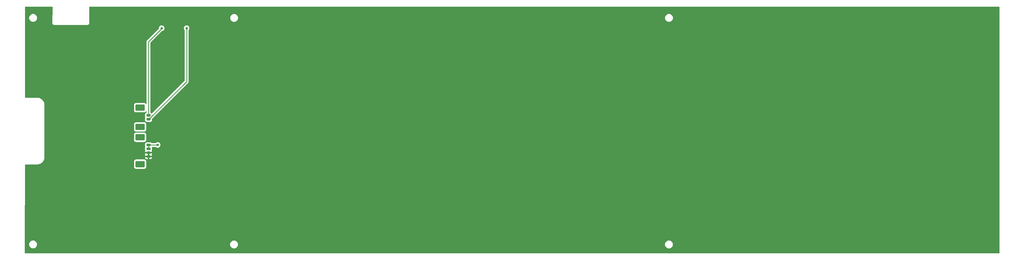
<source format=gbl>
G04 #@! TF.GenerationSoftware,KiCad,Pcbnew,(6.0.4-0)*
G04 #@! TF.CreationDate,2022-06-29T10:28:42-05:00*
G04 #@! TF.ProjectId,X-,582d2e6b-6963-4616-945f-706362585858,4*
G04 #@! TF.SameCoordinates,Original*
G04 #@! TF.FileFunction,Copper,L2,Bot*
G04 #@! TF.FilePolarity,Positive*
%FSLAX46Y46*%
G04 Gerber Fmt 4.6, Leading zero omitted, Abs format (unit mm)*
G04 Created by KiCad (PCBNEW (6.0.4-0)) date 2022-06-29 10:28:42*
%MOMM*%
%LPD*%
G01*
G04 APERTURE LIST*
G04 Aperture macros list*
%AMRoundRect*
0 Rectangle with rounded corners*
0 $1 Rounding radius*
0 $2 $3 $4 $5 $6 $7 $8 $9 X,Y pos of 4 corners*
0 Add a 4 corners polygon primitive as box body*
4,1,4,$2,$3,$4,$5,$6,$7,$8,$9,$2,$3,0*
0 Add four circle primitives for the rounded corners*
1,1,$1+$1,$2,$3*
1,1,$1+$1,$4,$5*
1,1,$1+$1,$6,$7*
1,1,$1+$1,$8,$9*
0 Add four rect primitives between the rounded corners*
20,1,$1+$1,$2,$3,$4,$5,0*
20,1,$1+$1,$4,$5,$6,$7,0*
20,1,$1+$1,$6,$7,$8,$9,0*
20,1,$1+$1,$8,$9,$2,$3,0*%
G04 Aperture macros list end*
G04 #@! TA.AperFunction,SMDPad,CuDef*
%ADD10RoundRect,0.200000X0.450000X-0.200000X0.450000X0.200000X-0.450000X0.200000X-0.450000X-0.200000X0*%
G04 #@! TD*
G04 #@! TA.AperFunction,SMDPad,CuDef*
%ADD11RoundRect,0.250000X1.250000X-0.800000X1.250000X0.800000X-1.250000X0.800000X-1.250000X-0.800000X0*%
G04 #@! TD*
G04 #@! TA.AperFunction,ViaPad*
%ADD12C,0.800000*%
G04 #@! TD*
G04 #@! TA.AperFunction,Conductor*
%ADD13C,0.250000*%
G04 #@! TD*
G04 APERTURE END LIST*
D10*
X94080000Y-150975000D03*
X94080000Y-149725000D03*
X94080000Y-148475000D03*
X94080000Y-147225000D03*
D11*
X91330000Y-153525000D03*
X91330000Y-144675000D03*
D10*
X94080000Y-138725000D03*
X94080000Y-137475000D03*
D11*
X91330000Y-141275000D03*
X91330000Y-134925000D03*
D12*
X100900000Y-172400000D03*
X100800000Y-115300000D03*
X234800000Y-170600000D03*
X324600000Y-114600000D03*
X144800000Y-114300000D03*
X189800000Y-170700000D03*
X189800000Y-114600000D03*
X279900000Y-114600000D03*
X324600000Y-170300000D03*
X144800000Y-171100000D03*
X369900000Y-171200000D03*
X234800000Y-114700000D03*
X369800000Y-114000000D03*
X279900000Y-170600000D03*
X97100000Y-147200000D03*
X98400000Y-108800000D03*
X106600000Y-108800000D03*
D13*
X94080000Y-147225000D02*
X97075000Y-147225000D01*
X94080000Y-147225000D02*
X94080000Y-148475000D01*
X97075000Y-147225000D02*
X97100000Y-147200000D01*
X98400000Y-108900000D02*
X98400000Y-108800000D01*
X94080000Y-113220000D02*
X98400000Y-108900000D01*
X94080000Y-137475000D02*
X94080000Y-113220000D01*
X94080000Y-138725000D02*
X94221783Y-138725000D01*
X106600000Y-126346783D02*
X106600000Y-108800000D01*
X94221783Y-138725000D02*
X106600000Y-126346783D01*
G04 #@! TA.AperFunction,Conductor*
G36*
X325379180Y-101695199D02*
G01*
X373254003Y-101696475D01*
X373322124Y-101716479D01*
X373368615Y-101770136D01*
X373380000Y-101822475D01*
X373380000Y-182754000D01*
X373359998Y-182822121D01*
X373306342Y-182868614D01*
X373254000Y-182880000D01*
X53589100Y-182880000D01*
X53520979Y-182859998D01*
X53474486Y-182806342D01*
X53463101Y-182753484D01*
X53474733Y-179915300D01*
X54898981Y-179915300D01*
X54918556Y-180139049D01*
X54976688Y-180355999D01*
X54979010Y-180360979D01*
X54979011Y-180360981D01*
X54984984Y-180373789D01*
X55071610Y-180559559D01*
X55200437Y-180743544D01*
X55359256Y-180902363D01*
X55363764Y-180905520D01*
X55363767Y-180905522D01*
X55538731Y-181028033D01*
X55543240Y-181031190D01*
X55548222Y-181033513D01*
X55548227Y-181033516D01*
X55741819Y-181123789D01*
X55746801Y-181126112D01*
X55752109Y-181127534D01*
X55752111Y-181127535D01*
X55818817Y-181145409D01*
X55963751Y-181184244D01*
X56187500Y-181203819D01*
X56411249Y-181184244D01*
X56556183Y-181145409D01*
X56622889Y-181127535D01*
X56622891Y-181127534D01*
X56628199Y-181126112D01*
X56633181Y-181123789D01*
X56826773Y-181033516D01*
X56826778Y-181033513D01*
X56831760Y-181031190D01*
X56836269Y-181028033D01*
X57011233Y-180905522D01*
X57011236Y-180905520D01*
X57015744Y-180902363D01*
X57174563Y-180743544D01*
X57303390Y-180559559D01*
X57390017Y-180373789D01*
X57395989Y-180360981D01*
X57395990Y-180360979D01*
X57398312Y-180355999D01*
X57456444Y-180139049D01*
X57474908Y-179928000D01*
X120862781Y-179928000D01*
X120882356Y-180151749D01*
X120940488Y-180368699D01*
X120942810Y-180373679D01*
X120942811Y-180373681D01*
X121031589Y-180564064D01*
X121035410Y-180572259D01*
X121164237Y-180756244D01*
X121323056Y-180915063D01*
X121327564Y-180918220D01*
X121327567Y-180918222D01*
X121492224Y-181033516D01*
X121507040Y-181043890D01*
X121512022Y-181046213D01*
X121512027Y-181046216D01*
X121686417Y-181127535D01*
X121710601Y-181138812D01*
X121715909Y-181140234D01*
X121715911Y-181140235D01*
X121782617Y-181158109D01*
X121927551Y-181196944D01*
X122151300Y-181216519D01*
X122375049Y-181196944D01*
X122519983Y-181158109D01*
X122586689Y-181140235D01*
X122586691Y-181140234D01*
X122591999Y-181138812D01*
X122616183Y-181127535D01*
X122790573Y-181046216D01*
X122790578Y-181046213D01*
X122795560Y-181043890D01*
X122810376Y-181033516D01*
X122975033Y-180918222D01*
X122975036Y-180918220D01*
X122979544Y-180915063D01*
X123138363Y-180756244D01*
X123267190Y-180572259D01*
X123271012Y-180564064D01*
X123359789Y-180373681D01*
X123359790Y-180373679D01*
X123362112Y-180368699D01*
X123420244Y-180151749D01*
X123439819Y-179928000D01*
X263623168Y-179928000D01*
X263642748Y-180151803D01*
X263700894Y-180368807D01*
X263703216Y-180373787D01*
X263703217Y-180373789D01*
X263789844Y-180559559D01*
X263795839Y-180572416D01*
X263924697Y-180756445D01*
X264083555Y-180915303D01*
X264267584Y-181044161D01*
X264272562Y-181046482D01*
X264272565Y-181046484D01*
X264443327Y-181126112D01*
X264471193Y-181139106D01*
X264476501Y-181140528D01*
X264476503Y-181140529D01*
X264544675Y-181158795D01*
X264688197Y-181197252D01*
X264912000Y-181216832D01*
X265135803Y-181197252D01*
X265279325Y-181158795D01*
X265347497Y-181140529D01*
X265347499Y-181140528D01*
X265352807Y-181139106D01*
X265380673Y-181126112D01*
X265551435Y-181046484D01*
X265551438Y-181046482D01*
X265556416Y-181044161D01*
X265740445Y-180915303D01*
X265899303Y-180756445D01*
X266028161Y-180572416D01*
X266034157Y-180559559D01*
X266120783Y-180373789D01*
X266120784Y-180373787D01*
X266123106Y-180368807D01*
X266181252Y-180151803D01*
X266200832Y-179928000D01*
X266181252Y-179704197D01*
X266123106Y-179487193D01*
X266028161Y-179283584D01*
X265899303Y-179099555D01*
X265740445Y-178940697D01*
X265556416Y-178811839D01*
X265551438Y-178809518D01*
X265551435Y-178809516D01*
X265357789Y-178719217D01*
X265357787Y-178719216D01*
X265352807Y-178716894D01*
X265347499Y-178715472D01*
X265347497Y-178715471D01*
X265279325Y-178697205D01*
X265135803Y-178658748D01*
X264912000Y-178639168D01*
X264688197Y-178658748D01*
X264544675Y-178697205D01*
X264476503Y-178715471D01*
X264476501Y-178715472D01*
X264471193Y-178716894D01*
X264466213Y-178719216D01*
X264466211Y-178719217D01*
X264272565Y-178809516D01*
X264272562Y-178809518D01*
X264267584Y-178811839D01*
X264083555Y-178940697D01*
X263924697Y-179099555D01*
X263795839Y-179283584D01*
X263700894Y-179487193D01*
X263642748Y-179704197D01*
X263623168Y-179928000D01*
X123439819Y-179928000D01*
X123420244Y-179704251D01*
X123362112Y-179487301D01*
X123359789Y-179482319D01*
X123269513Y-179288722D01*
X123269511Y-179288719D01*
X123267190Y-179283741D01*
X123138363Y-179099756D01*
X122979544Y-178940937D01*
X122975036Y-178937780D01*
X122975033Y-178937778D01*
X122800069Y-178815267D01*
X122800066Y-178815265D01*
X122795560Y-178812110D01*
X122790578Y-178809787D01*
X122790573Y-178809784D01*
X122596981Y-178719511D01*
X122596980Y-178719510D01*
X122591999Y-178717188D01*
X122586691Y-178715766D01*
X122586689Y-178715765D01*
X122519983Y-178697891D01*
X122375049Y-178659056D01*
X122151300Y-178639481D01*
X121927551Y-178659056D01*
X121782617Y-178697891D01*
X121715911Y-178715765D01*
X121715909Y-178715766D01*
X121710601Y-178717188D01*
X121705621Y-178719510D01*
X121705619Y-178719511D01*
X121512022Y-178809787D01*
X121512019Y-178809789D01*
X121507041Y-178812110D01*
X121323056Y-178940937D01*
X121164237Y-179099756D01*
X121035410Y-179283741D01*
X121033089Y-179288719D01*
X121033087Y-179288722D01*
X120942811Y-179482319D01*
X120940488Y-179487301D01*
X120882356Y-179704251D01*
X120862781Y-179928000D01*
X57474908Y-179928000D01*
X57476019Y-179915300D01*
X57456444Y-179691551D01*
X57398312Y-179474601D01*
X57309239Y-179283584D01*
X57305713Y-179276022D01*
X57305711Y-179276019D01*
X57303390Y-179271041D01*
X57174563Y-179087056D01*
X57015744Y-178928237D01*
X57011236Y-178925080D01*
X57011233Y-178925078D01*
X56836269Y-178802567D01*
X56836266Y-178802565D01*
X56831760Y-178799410D01*
X56826778Y-178797087D01*
X56826773Y-178797084D01*
X56633181Y-178706811D01*
X56633180Y-178706810D01*
X56628199Y-178704488D01*
X56622891Y-178703066D01*
X56622889Y-178703065D01*
X56556183Y-178685191D01*
X56411249Y-178646356D01*
X56187500Y-178626781D01*
X55963751Y-178646356D01*
X55818817Y-178685191D01*
X55752111Y-178703065D01*
X55752109Y-178703066D01*
X55746801Y-178704488D01*
X55741821Y-178706810D01*
X55741819Y-178706811D01*
X55548222Y-178797087D01*
X55548219Y-178797089D01*
X55543241Y-178799410D01*
X55359256Y-178928237D01*
X55200437Y-179087056D01*
X55071610Y-179271041D01*
X55069289Y-179276019D01*
X55069287Y-179276022D01*
X55065761Y-179283584D01*
X54976688Y-179474601D01*
X54918556Y-179691551D01*
X54898981Y-179915300D01*
X53474733Y-179915300D01*
X53579404Y-154375400D01*
X89321500Y-154375400D01*
X89332474Y-154481166D01*
X89388450Y-154648946D01*
X89481522Y-154799348D01*
X89606697Y-154924305D01*
X89612927Y-154928145D01*
X89612928Y-154928146D01*
X89750090Y-155012694D01*
X89757262Y-155017115D01*
X89837005Y-155043564D01*
X89918611Y-155070632D01*
X89918613Y-155070632D01*
X89925139Y-155072797D01*
X89931975Y-155073497D01*
X89931978Y-155073498D01*
X89975031Y-155077909D01*
X90029600Y-155083500D01*
X92630400Y-155083500D01*
X92633646Y-155083163D01*
X92633650Y-155083163D01*
X92729308Y-155073238D01*
X92729312Y-155073237D01*
X92736166Y-155072526D01*
X92742702Y-155070345D01*
X92742704Y-155070345D01*
X92874806Y-155026272D01*
X92903946Y-155016550D01*
X93054348Y-154923478D01*
X93179305Y-154798303D01*
X93272115Y-154647738D01*
X93327797Y-154479861D01*
X93338500Y-154375400D01*
X93338500Y-152674600D01*
X93334694Y-152637920D01*
X93328238Y-152575692D01*
X93328237Y-152575688D01*
X93327526Y-152568834D01*
X93271550Y-152401054D01*
X93178478Y-152250652D01*
X93053303Y-152125695D01*
X93047072Y-152121854D01*
X92908968Y-152036725D01*
X92908966Y-152036724D01*
X92902738Y-152032885D01*
X92742254Y-151979655D01*
X92741389Y-151979368D01*
X92741387Y-151979368D01*
X92734861Y-151977203D01*
X92728025Y-151976503D01*
X92728022Y-151976502D01*
X92684969Y-151972091D01*
X92630400Y-151966500D01*
X90029600Y-151966500D01*
X90026354Y-151966837D01*
X90026350Y-151966837D01*
X89930692Y-151976762D01*
X89930688Y-151976763D01*
X89923834Y-151977474D01*
X89917298Y-151979655D01*
X89917296Y-151979655D01*
X89785194Y-152023728D01*
X89756054Y-152033450D01*
X89605652Y-152126522D01*
X89480695Y-152251697D01*
X89387885Y-152402262D01*
X89332203Y-152570139D01*
X89321500Y-152674600D01*
X89321500Y-154375400D01*
X53579404Y-154375400D01*
X53581906Y-153764984D01*
X53602187Y-153696945D01*
X53656033Y-153650673D01*
X53707905Y-153639500D01*
X57340750Y-153639500D01*
X57361655Y-153641246D01*
X57376656Y-153643770D01*
X57376659Y-153643770D01*
X57381448Y-153644576D01*
X57387687Y-153644652D01*
X57389140Y-153644670D01*
X57389143Y-153644670D01*
X57394000Y-153644729D01*
X57402704Y-153643483D01*
X57413497Y-153642408D01*
X57434189Y-153641246D01*
X57678894Y-153627504D01*
X57960205Y-153579707D01*
X58234396Y-153500714D01*
X58237665Y-153499360D01*
X58494750Y-153392872D01*
X58494755Y-153392870D01*
X58498018Y-153391518D01*
X58747757Y-153253492D01*
X58980472Y-153088373D01*
X59193235Y-152898235D01*
X59383373Y-152685472D01*
X59548492Y-152452757D01*
X59656170Y-152257928D01*
X59684807Y-152206114D01*
X59684808Y-152206113D01*
X59686518Y-152203018D01*
X59716058Y-152131704D01*
X59794360Y-151942665D01*
X59794360Y-151942664D01*
X59795714Y-151939396D01*
X59874707Y-151665205D01*
X59922504Y-151383894D01*
X59930624Y-151239294D01*
X92922709Y-151239294D01*
X92928132Y-151298315D01*
X92930743Y-151311351D01*
X92977715Y-151461243D01*
X92983921Y-151474988D01*
X93064824Y-151608574D01*
X93074131Y-151620443D01*
X93184557Y-151730869D01*
X93196426Y-151740176D01*
X93330012Y-151821079D01*
X93343757Y-151827285D01*
X93493644Y-151874256D01*
X93506694Y-151876869D01*
X93570521Y-151882734D01*
X93576309Y-151883000D01*
X93807885Y-151883000D01*
X93823124Y-151878525D01*
X93824329Y-151877135D01*
X93826000Y-151869452D01*
X93826000Y-151864884D01*
X94334000Y-151864884D01*
X94338475Y-151880123D01*
X94339865Y-151881328D01*
X94347548Y-151882999D01*
X94583705Y-151882999D01*
X94589454Y-151882736D01*
X94653315Y-151876868D01*
X94666351Y-151874257D01*
X94816243Y-151827285D01*
X94829988Y-151821079D01*
X94963574Y-151740176D01*
X94975443Y-151730869D01*
X95085869Y-151620443D01*
X95095176Y-151608574D01*
X95176079Y-151474988D01*
X95182285Y-151461243D01*
X95229256Y-151311356D01*
X95231869Y-151298306D01*
X95236913Y-151243414D01*
X95233525Y-151231876D01*
X95232135Y-151230671D01*
X95224452Y-151229000D01*
X94352115Y-151229000D01*
X94336876Y-151233475D01*
X94335671Y-151234865D01*
X94334000Y-151242548D01*
X94334000Y-151864884D01*
X93826000Y-151864884D01*
X93826000Y-151247115D01*
X93821525Y-151231876D01*
X93820135Y-151230671D01*
X93812452Y-151229000D01*
X92940116Y-151229000D01*
X92924877Y-151233475D01*
X92923672Y-151234865D01*
X92922709Y-151239294D01*
X59930624Y-151239294D01*
X59936516Y-151134371D01*
X59938065Y-151120529D01*
X59938768Y-151116352D01*
X59939576Y-151111552D01*
X59939729Y-151099000D01*
X59935773Y-151071376D01*
X59934500Y-151053514D01*
X59934500Y-149989294D01*
X92922709Y-149989294D01*
X92928132Y-150048315D01*
X92930743Y-150061351D01*
X92977715Y-150211243D01*
X92983920Y-150224985D01*
X93020102Y-150284728D01*
X93038281Y-150353358D01*
X93020102Y-150415272D01*
X92983920Y-150475015D01*
X92977715Y-150488757D01*
X92930744Y-150638644D01*
X92928131Y-150651694D01*
X92923087Y-150706586D01*
X92926475Y-150718124D01*
X92927865Y-150719329D01*
X92935548Y-150721000D01*
X93807885Y-150721000D01*
X93823124Y-150716525D01*
X93824329Y-150715135D01*
X93826000Y-150707452D01*
X93826000Y-150702885D01*
X94334000Y-150702885D01*
X94338475Y-150718124D01*
X94339865Y-150719329D01*
X94347548Y-150721000D01*
X95219884Y-150721000D01*
X95235123Y-150716525D01*
X95236328Y-150715135D01*
X95237291Y-150710706D01*
X95231868Y-150651685D01*
X95229257Y-150638649D01*
X95182285Y-150488757D01*
X95176080Y-150475015D01*
X95139898Y-150415272D01*
X95121719Y-150346642D01*
X95139898Y-150284728D01*
X95176080Y-150224985D01*
X95182285Y-150211243D01*
X95229256Y-150061356D01*
X95231869Y-150048306D01*
X95236913Y-149993414D01*
X95233525Y-149981876D01*
X95232135Y-149980671D01*
X95224452Y-149979000D01*
X94352115Y-149979000D01*
X94336876Y-149983475D01*
X94335671Y-149984865D01*
X94334000Y-149992548D01*
X94334000Y-150702885D01*
X93826000Y-150702885D01*
X93826000Y-149997115D01*
X93821525Y-149981876D01*
X93820135Y-149980671D01*
X93812452Y-149979000D01*
X92940116Y-149979000D01*
X92924877Y-149983475D01*
X92923672Y-149984865D01*
X92922709Y-149989294D01*
X59934500Y-149989294D01*
X59934500Y-148218365D01*
X92921500Y-148218365D01*
X92921501Y-148731634D01*
X92921764Y-148734492D01*
X92921764Y-148734501D01*
X92925026Y-148770004D01*
X92928247Y-148805062D01*
X92979528Y-148968699D01*
X92983463Y-148975196D01*
X93019809Y-149035211D01*
X93037988Y-149103840D01*
X93019809Y-149165753D01*
X92983923Y-149225008D01*
X92977715Y-149238757D01*
X92930744Y-149388644D01*
X92928131Y-149401694D01*
X92923087Y-149456586D01*
X92926475Y-149468124D01*
X92927865Y-149469329D01*
X92935548Y-149471000D01*
X95219884Y-149471000D01*
X95235123Y-149466525D01*
X95236328Y-149465135D01*
X95237291Y-149460706D01*
X95231868Y-149401685D01*
X95229257Y-149388649D01*
X95182285Y-149238757D01*
X95176077Y-149225008D01*
X95140191Y-149165753D01*
X95122012Y-149097124D01*
X95140191Y-149035211D01*
X95176537Y-148975196D01*
X95180472Y-148968699D01*
X95231753Y-148805062D01*
X95238500Y-148731635D01*
X95238499Y-148218366D01*
X95238234Y-148215474D01*
X95232364Y-148151592D01*
X95231753Y-148144938D01*
X95193282Y-148022177D01*
X95191997Y-147951195D01*
X95229294Y-147890784D01*
X95293331Y-147860127D01*
X95313516Y-147858500D01*
X96419776Y-147858500D01*
X96487897Y-147878502D01*
X96493834Y-147882562D01*
X96643248Y-147991118D01*
X96649276Y-147993802D01*
X96649278Y-147993803D01*
X96811681Y-148066109D01*
X96817712Y-148068794D01*
X96911112Y-148088647D01*
X96998056Y-148107128D01*
X96998061Y-148107128D01*
X97004513Y-148108500D01*
X97195487Y-148108500D01*
X97201939Y-148107128D01*
X97201944Y-148107128D01*
X97288888Y-148088647D01*
X97382288Y-148068794D01*
X97388319Y-148066109D01*
X97550722Y-147993803D01*
X97550724Y-147993802D01*
X97556752Y-147991118D01*
X97711253Y-147878866D01*
X97839040Y-147736944D01*
X97934527Y-147571556D01*
X97993542Y-147389928D01*
X98013504Y-147200000D01*
X97993542Y-147010072D01*
X97934527Y-146828444D01*
X97839040Y-146663056D01*
X97741382Y-146554595D01*
X97715675Y-146526045D01*
X97715674Y-146526044D01*
X97711253Y-146521134D01*
X97556752Y-146408882D01*
X97550724Y-146406198D01*
X97550722Y-146406197D01*
X97388319Y-146333891D01*
X97388318Y-146333891D01*
X97382288Y-146331206D01*
X97288887Y-146311353D01*
X97201944Y-146292872D01*
X97201939Y-146292872D01*
X97195487Y-146291500D01*
X97004513Y-146291500D01*
X96998061Y-146292872D01*
X96998056Y-146292872D01*
X96911113Y-146311353D01*
X96817712Y-146331206D01*
X96811682Y-146333891D01*
X96811681Y-146333891D01*
X96649278Y-146406197D01*
X96649276Y-146406198D01*
X96643248Y-146408882D01*
X96488747Y-146521134D01*
X96484334Y-146526036D01*
X96484332Y-146526037D01*
X96462926Y-146549811D01*
X96402480Y-146587050D01*
X96369290Y-146591500D01*
X95150710Y-146591500D01*
X95082589Y-146571498D01*
X95061615Y-146554595D01*
X94970381Y-146463361D01*
X94823699Y-146374528D01*
X94816452Y-146372257D01*
X94816450Y-146372256D01*
X94750164Y-146351483D01*
X94660062Y-146323247D01*
X94586635Y-146316500D01*
X94583737Y-146316500D01*
X94078686Y-146316501D01*
X93573366Y-146316501D01*
X93570508Y-146316764D01*
X93570499Y-146316764D01*
X93534996Y-146320026D01*
X93499938Y-146323247D01*
X93493560Y-146325246D01*
X93493559Y-146325246D01*
X93343550Y-146372256D01*
X93343548Y-146372257D01*
X93336301Y-146374528D01*
X93189619Y-146463361D01*
X93068361Y-146584619D01*
X92979528Y-146731301D01*
X92928247Y-146894938D01*
X92921500Y-146968365D01*
X92921501Y-147481634D01*
X92928247Y-147555062D01*
X92979528Y-147718699D01*
X92993550Y-147741852D01*
X93019517Y-147784729D01*
X93037696Y-147853359D01*
X93019517Y-147915270D01*
X92979528Y-147981301D01*
X92977257Y-147988548D01*
X92977256Y-147988550D01*
X92975610Y-147993803D01*
X92928247Y-148144938D01*
X92921500Y-148218365D01*
X59934500Y-148218365D01*
X59934500Y-145525400D01*
X89321500Y-145525400D01*
X89332474Y-145631166D01*
X89388450Y-145798946D01*
X89481522Y-145949348D01*
X89606697Y-146074305D01*
X89612927Y-146078145D01*
X89612928Y-146078146D01*
X89750090Y-146162694D01*
X89757262Y-146167115D01*
X89837005Y-146193564D01*
X89918611Y-146220632D01*
X89918613Y-146220632D01*
X89925139Y-146222797D01*
X89931975Y-146223497D01*
X89931978Y-146223498D01*
X89975031Y-146227909D01*
X90029600Y-146233500D01*
X92630400Y-146233500D01*
X92633646Y-146233163D01*
X92633650Y-146233163D01*
X92729308Y-146223238D01*
X92729312Y-146223237D01*
X92736166Y-146222526D01*
X92742702Y-146220345D01*
X92742704Y-146220345D01*
X92874806Y-146176272D01*
X92903946Y-146166550D01*
X93054348Y-146073478D01*
X93179305Y-145948303D01*
X93272115Y-145797738D01*
X93327797Y-145629861D01*
X93338500Y-145525400D01*
X93338500Y-143824600D01*
X93327526Y-143718834D01*
X93271550Y-143551054D01*
X93178478Y-143400652D01*
X93053303Y-143275695D01*
X93047072Y-143271854D01*
X92908968Y-143186725D01*
X92908966Y-143186724D01*
X92902738Y-143182885D01*
X92742254Y-143129655D01*
X92741389Y-143129368D01*
X92741387Y-143129368D01*
X92734861Y-143127203D01*
X92728025Y-143126503D01*
X92728022Y-143126502D01*
X92684969Y-143122091D01*
X92630400Y-143116500D01*
X90029600Y-143116500D01*
X90026354Y-143116837D01*
X90026350Y-143116837D01*
X89930692Y-143126762D01*
X89930688Y-143126763D01*
X89923834Y-143127474D01*
X89917298Y-143129655D01*
X89917296Y-143129655D01*
X89785194Y-143173728D01*
X89756054Y-143183450D01*
X89605652Y-143276522D01*
X89480695Y-143401697D01*
X89387885Y-143552262D01*
X89332203Y-143720139D01*
X89321500Y-143824600D01*
X89321500Y-145525400D01*
X59934500Y-145525400D01*
X59934500Y-142125400D01*
X89321500Y-142125400D01*
X89332474Y-142231166D01*
X89388450Y-142398946D01*
X89481522Y-142549348D01*
X89606697Y-142674305D01*
X89612927Y-142678145D01*
X89612928Y-142678146D01*
X89750090Y-142762694D01*
X89757262Y-142767115D01*
X89837005Y-142793564D01*
X89918611Y-142820632D01*
X89918613Y-142820632D01*
X89925139Y-142822797D01*
X89931975Y-142823497D01*
X89931978Y-142823498D01*
X89975031Y-142827909D01*
X90029600Y-142833500D01*
X92630400Y-142833500D01*
X92633646Y-142833163D01*
X92633650Y-142833163D01*
X92729308Y-142823238D01*
X92729312Y-142823237D01*
X92736166Y-142822526D01*
X92742702Y-142820345D01*
X92742704Y-142820345D01*
X92874806Y-142776272D01*
X92903946Y-142766550D01*
X93054348Y-142673478D01*
X93179305Y-142548303D01*
X93272115Y-142397738D01*
X93327797Y-142229861D01*
X93338500Y-142125400D01*
X93338500Y-140424600D01*
X93327526Y-140318834D01*
X93271550Y-140151054D01*
X93178478Y-140000652D01*
X93053303Y-139875695D01*
X93047072Y-139871854D01*
X92908968Y-139786725D01*
X92908966Y-139786724D01*
X92902738Y-139782885D01*
X92742254Y-139729655D01*
X92741389Y-139729368D01*
X92741387Y-139729368D01*
X92734861Y-139727203D01*
X92728025Y-139726503D01*
X92728022Y-139726502D01*
X92684969Y-139722091D01*
X92630400Y-139716500D01*
X90029600Y-139716500D01*
X90026354Y-139716837D01*
X90026350Y-139716837D01*
X89930692Y-139726762D01*
X89930688Y-139726763D01*
X89923834Y-139727474D01*
X89917298Y-139729655D01*
X89917296Y-139729655D01*
X89785194Y-139773728D01*
X89756054Y-139783450D01*
X89605652Y-139876522D01*
X89480695Y-140001697D01*
X89387885Y-140152262D01*
X89332203Y-140320139D01*
X89321500Y-140424600D01*
X89321500Y-142125400D01*
X59934500Y-142125400D01*
X59934500Y-135775400D01*
X89321500Y-135775400D01*
X89332474Y-135881166D01*
X89388450Y-136048946D01*
X89481522Y-136199348D01*
X89606697Y-136324305D01*
X89612927Y-136328145D01*
X89612928Y-136328146D01*
X89750090Y-136412694D01*
X89757262Y-136417115D01*
X89837005Y-136443564D01*
X89918611Y-136470632D01*
X89918613Y-136470632D01*
X89925139Y-136472797D01*
X89931975Y-136473497D01*
X89931978Y-136473498D01*
X89975031Y-136477909D01*
X90029600Y-136483500D01*
X92630400Y-136483500D01*
X92633646Y-136483163D01*
X92633650Y-136483163D01*
X92729308Y-136473238D01*
X92729312Y-136473237D01*
X92736166Y-136472526D01*
X92742702Y-136470345D01*
X92742704Y-136470345D01*
X92874806Y-136426272D01*
X92903946Y-136416550D01*
X93054348Y-136323478D01*
X93179305Y-136198303D01*
X93213241Y-136143249D01*
X93266012Y-136095757D01*
X93336084Y-136084333D01*
X93401207Y-136112607D01*
X93440707Y-136171601D01*
X93446500Y-136209366D01*
X93446500Y-136497438D01*
X93426498Y-136565559D01*
X93372842Y-136612052D01*
X93358189Y-136617669D01*
X93336301Y-136624528D01*
X93189619Y-136713361D01*
X93068361Y-136834619D01*
X92979528Y-136981301D01*
X92928247Y-137144938D01*
X92921500Y-137218365D01*
X92921501Y-137731634D01*
X92928247Y-137805062D01*
X92979528Y-137968699D01*
X92983463Y-137975196D01*
X93019517Y-138034729D01*
X93037696Y-138103359D01*
X93019517Y-138165270D01*
X92979528Y-138231301D01*
X92928247Y-138394938D01*
X92921500Y-138468365D01*
X92921501Y-138981634D01*
X92921764Y-138984492D01*
X92921764Y-138984501D01*
X92925026Y-139020004D01*
X92928247Y-139055062D01*
X92979528Y-139218699D01*
X93068361Y-139365381D01*
X93189619Y-139486639D01*
X93336301Y-139575472D01*
X93343548Y-139577743D01*
X93343550Y-139577744D01*
X93409836Y-139598517D01*
X93499938Y-139626753D01*
X93573365Y-139633500D01*
X93576263Y-139633500D01*
X94081314Y-139633499D01*
X94586634Y-139633499D01*
X94589492Y-139633236D01*
X94589501Y-139633236D01*
X94625004Y-139629974D01*
X94660062Y-139626753D01*
X94666447Y-139624752D01*
X94816450Y-139577744D01*
X94816452Y-139577743D01*
X94823699Y-139575472D01*
X94970381Y-139486639D01*
X95091639Y-139365381D01*
X95180472Y-139218699D01*
X95231753Y-139055062D01*
X95238500Y-138981635D01*
X95238499Y-138656378D01*
X95258501Y-138588258D01*
X95275404Y-138567283D01*
X106992247Y-126850440D01*
X107000537Y-126842896D01*
X107007018Y-126838783D01*
X107053659Y-126789115D01*
X107056413Y-126786274D01*
X107076134Y-126766553D01*
X107078612Y-126763358D01*
X107086318Y-126754336D01*
X107111158Y-126727884D01*
X107116586Y-126722104D01*
X107126346Y-126704351D01*
X107137199Y-126687828D01*
X107144753Y-126678089D01*
X107149613Y-126671824D01*
X107167176Y-126631240D01*
X107172383Y-126620610D01*
X107193695Y-126581843D01*
X107195666Y-126574166D01*
X107195668Y-126574161D01*
X107198732Y-126562225D01*
X107205138Y-126543513D01*
X107210034Y-126532200D01*
X107213181Y-126524928D01*
X107220097Y-126481264D01*
X107222504Y-126469643D01*
X107231528Y-126434494D01*
X107231528Y-126434493D01*
X107233500Y-126426813D01*
X107233500Y-126406552D01*
X107235051Y-126386841D01*
X107236979Y-126374668D01*
X107238219Y-126366840D01*
X107234059Y-126322829D01*
X107233500Y-126310972D01*
X107233500Y-109502524D01*
X107253502Y-109434403D01*
X107265858Y-109418221D01*
X107339040Y-109336944D01*
X107434527Y-109171556D01*
X107493542Y-108989928D01*
X107502320Y-108906415D01*
X107512814Y-108806565D01*
X107512814Y-108806564D01*
X107513504Y-108800000D01*
X107493542Y-108610072D01*
X107434527Y-108428444D01*
X107339040Y-108263056D01*
X107211253Y-108121134D01*
X107056752Y-108008882D01*
X107050724Y-108006198D01*
X107050722Y-108006197D01*
X106888319Y-107933891D01*
X106888318Y-107933891D01*
X106882288Y-107931206D01*
X106788888Y-107911353D01*
X106701944Y-107892872D01*
X106701939Y-107892872D01*
X106695487Y-107891500D01*
X106504513Y-107891500D01*
X106498061Y-107892872D01*
X106498056Y-107892872D01*
X106411112Y-107911353D01*
X106317712Y-107931206D01*
X106311682Y-107933891D01*
X106311681Y-107933891D01*
X106149278Y-108006197D01*
X106149276Y-108006198D01*
X106143248Y-108008882D01*
X105988747Y-108121134D01*
X105860960Y-108263056D01*
X105765473Y-108428444D01*
X105706458Y-108610072D01*
X105686496Y-108800000D01*
X105687186Y-108806564D01*
X105687186Y-108806565D01*
X105697681Y-108906415D01*
X105706458Y-108989928D01*
X105765473Y-109171556D01*
X105860960Y-109336944D01*
X105934137Y-109418215D01*
X105964853Y-109482221D01*
X105966500Y-109502524D01*
X105966500Y-126032188D01*
X105946498Y-126100309D01*
X105929595Y-126121283D01*
X95243044Y-136807834D01*
X95180732Y-136841860D01*
X95109917Y-136836795D01*
X95064854Y-136807834D01*
X94970381Y-136713361D01*
X94823699Y-136624528D01*
X94801820Y-136617672D01*
X94742799Y-136578215D01*
X94714479Y-136513112D01*
X94713500Y-136497438D01*
X94713500Y-113534594D01*
X94733502Y-113466473D01*
X94750405Y-113445499D01*
X98458830Y-109737074D01*
X98521727Y-109702922D01*
X98682288Y-109668794D01*
X98688319Y-109666109D01*
X98850722Y-109593803D01*
X98850724Y-109593802D01*
X98856752Y-109591118D01*
X99011253Y-109478866D01*
X99139040Y-109336944D01*
X99234527Y-109171556D01*
X99293542Y-108989928D01*
X99302320Y-108906415D01*
X99312814Y-108806565D01*
X99312814Y-108806564D01*
X99313504Y-108800000D01*
X99293542Y-108610072D01*
X99234527Y-108428444D01*
X99139040Y-108263056D01*
X99011253Y-108121134D01*
X98856752Y-108008882D01*
X98850724Y-108006198D01*
X98850722Y-108006197D01*
X98688319Y-107933891D01*
X98688318Y-107933891D01*
X98682288Y-107931206D01*
X98588888Y-107911353D01*
X98501944Y-107892872D01*
X98501939Y-107892872D01*
X98495487Y-107891500D01*
X98304513Y-107891500D01*
X98298061Y-107892872D01*
X98298056Y-107892872D01*
X98211112Y-107911353D01*
X98117712Y-107931206D01*
X98111682Y-107933891D01*
X98111681Y-107933891D01*
X97949278Y-108006197D01*
X97949276Y-108006198D01*
X97943248Y-108008882D01*
X97788747Y-108121134D01*
X97660960Y-108263056D01*
X97565473Y-108428444D01*
X97506458Y-108610072D01*
X97486496Y-108800000D01*
X97487186Y-108806564D01*
X97491399Y-108846646D01*
X97478627Y-108916484D01*
X97455184Y-108948912D01*
X93687747Y-112716348D01*
X93679461Y-112723888D01*
X93672982Y-112728000D01*
X93667557Y-112733777D01*
X93626357Y-112777651D01*
X93623602Y-112780493D01*
X93603865Y-112800230D01*
X93601385Y-112803427D01*
X93593682Y-112812447D01*
X93563414Y-112844679D01*
X93559595Y-112851625D01*
X93559593Y-112851628D01*
X93553652Y-112862434D01*
X93542801Y-112878953D01*
X93530386Y-112894959D01*
X93527241Y-112902228D01*
X93527238Y-112902232D01*
X93512826Y-112935537D01*
X93507609Y-112946187D01*
X93486305Y-112984940D01*
X93484334Y-112992615D01*
X93484334Y-112992616D01*
X93481267Y-113004562D01*
X93474863Y-113023266D01*
X93466819Y-113041855D01*
X93465580Y-113049678D01*
X93465577Y-113049688D01*
X93459901Y-113085524D01*
X93457495Y-113097144D01*
X93446500Y-113139970D01*
X93446500Y-113160224D01*
X93444949Y-113179934D01*
X93441780Y-113199943D01*
X93442526Y-113207835D01*
X93445941Y-113243961D01*
X93446500Y-113255819D01*
X93446500Y-133640711D01*
X93426498Y-133708832D01*
X93372842Y-133755325D01*
X93302568Y-133765429D01*
X93237988Y-133735935D01*
X93213356Y-133707014D01*
X93182332Y-133656880D01*
X93178478Y-133650652D01*
X93053303Y-133525695D01*
X93021516Y-133506101D01*
X92908968Y-133436725D01*
X92908966Y-133436724D01*
X92902738Y-133432885D01*
X92742254Y-133379655D01*
X92741389Y-133379368D01*
X92741387Y-133379368D01*
X92734861Y-133377203D01*
X92728025Y-133376503D01*
X92728022Y-133376502D01*
X92684969Y-133372091D01*
X92630400Y-133366500D01*
X90029600Y-133366500D01*
X90026354Y-133366837D01*
X90026350Y-133366837D01*
X89930692Y-133376762D01*
X89930688Y-133376763D01*
X89923834Y-133377474D01*
X89917298Y-133379655D01*
X89917296Y-133379655D01*
X89785194Y-133423728D01*
X89756054Y-133433450D01*
X89605652Y-133526522D01*
X89480695Y-133651697D01*
X89476855Y-133657927D01*
X89476854Y-133657928D01*
X89398026Y-133785811D01*
X89387885Y-133802262D01*
X89332203Y-133970139D01*
X89321500Y-134074600D01*
X89321500Y-135775400D01*
X59934500Y-135775400D01*
X59934500Y-134134250D01*
X59936246Y-134113345D01*
X59938770Y-134098344D01*
X59938770Y-134098341D01*
X59939576Y-134093552D01*
X59939729Y-134081000D01*
X59939039Y-134076183D01*
X59939036Y-134076133D01*
X59938001Y-134065959D01*
X59921512Y-133793351D01*
X59921511Y-133793347D01*
X59921282Y-133789553D01*
X59868651Y-133502356D01*
X59826422Y-133366837D01*
X59782919Y-133227233D01*
X59781786Y-133223597D01*
X59661954Y-132957341D01*
X59510902Y-132707470D01*
X59330832Y-132477628D01*
X59124372Y-132271168D01*
X59091892Y-132245721D01*
X58897533Y-132093451D01*
X58894530Y-132091098D01*
X58891260Y-132089121D01*
X58647920Y-131942017D01*
X58647916Y-131942015D01*
X58644659Y-131940046D01*
X58641192Y-131938486D01*
X58641187Y-131938483D01*
X58381879Y-131821778D01*
X58381873Y-131821776D01*
X58378403Y-131820214D01*
X58099644Y-131733349D01*
X57812447Y-131680718D01*
X57808657Y-131680489D01*
X57808651Y-131680488D01*
X57553456Y-131665052D01*
X57540167Y-131663537D01*
X57540121Y-131663529D01*
X57533552Y-131662424D01*
X57527009Y-131662344D01*
X57525860Y-131662330D01*
X57525857Y-131662330D01*
X57521000Y-131662271D01*
X57504402Y-131664648D01*
X57493376Y-131666227D01*
X57475514Y-131667500D01*
X53710500Y-131667500D01*
X53642379Y-131647498D01*
X53595886Y-131593842D01*
X53584500Y-131541500D01*
X53584500Y-105404400D01*
X54911681Y-105404400D01*
X54931256Y-105628149D01*
X54989388Y-105845099D01*
X55084310Y-106048659D01*
X55213137Y-106232644D01*
X55371956Y-106391463D01*
X55376464Y-106394620D01*
X55376467Y-106394622D01*
X55394262Y-106407082D01*
X55555940Y-106520290D01*
X55560922Y-106522613D01*
X55560927Y-106522616D01*
X55754519Y-106612889D01*
X55759501Y-106615212D01*
X55764809Y-106616634D01*
X55764811Y-106616635D01*
X55797131Y-106625295D01*
X55976451Y-106673344D01*
X56200200Y-106692919D01*
X56423949Y-106673344D01*
X56603269Y-106625295D01*
X56635589Y-106616635D01*
X56635591Y-106616634D01*
X56640899Y-106615212D01*
X56645881Y-106612889D01*
X56839473Y-106522616D01*
X56839478Y-106522613D01*
X56844460Y-106520290D01*
X57006138Y-106407082D01*
X57023933Y-106394622D01*
X57023936Y-106394620D01*
X57028444Y-106391463D01*
X57187263Y-106232644D01*
X57316090Y-106048659D01*
X57411012Y-105845099D01*
X57469144Y-105628149D01*
X57488719Y-105404400D01*
X57469144Y-105180651D01*
X57430309Y-105035717D01*
X57412435Y-104969011D01*
X57412434Y-104969009D01*
X57411012Y-104963701D01*
X57408689Y-104958719D01*
X57318413Y-104765122D01*
X57318411Y-104765119D01*
X57316090Y-104760141D01*
X57187263Y-104576156D01*
X57028444Y-104417337D01*
X57023936Y-104414180D01*
X57023933Y-104414178D01*
X56848969Y-104291667D01*
X56848966Y-104291665D01*
X56844460Y-104288510D01*
X56839478Y-104286187D01*
X56839473Y-104286184D01*
X56645881Y-104195911D01*
X56645880Y-104195910D01*
X56640899Y-104193588D01*
X56635591Y-104192166D01*
X56635589Y-104192165D01*
X56568883Y-104174291D01*
X56423949Y-104135456D01*
X56200200Y-104115881D01*
X55976451Y-104135456D01*
X55831517Y-104174291D01*
X55764811Y-104192165D01*
X55764809Y-104192166D01*
X55759501Y-104193588D01*
X55754521Y-104195910D01*
X55754519Y-104195911D01*
X55560922Y-104286187D01*
X55560919Y-104286189D01*
X55555941Y-104288510D01*
X55371956Y-104417337D01*
X55213137Y-104576156D01*
X55084310Y-104760141D01*
X55081989Y-104765119D01*
X55081987Y-104765122D01*
X54991711Y-104958719D01*
X54989388Y-104963701D01*
X54987966Y-104969009D01*
X54987965Y-104969011D01*
X54970091Y-105035717D01*
X54931256Y-105180651D01*
X54911681Y-105404400D01*
X53584500Y-105404400D01*
X53584500Y-101822627D01*
X53604502Y-101754506D01*
X53658158Y-101708013D01*
X53710524Y-101696627D01*
X57734767Y-101697431D01*
X62444469Y-101698373D01*
X62512586Y-101718389D01*
X62559068Y-101772054D01*
X62570444Y-101824583D01*
X62561518Y-107188906D01*
X62561024Y-107269721D01*
X62563491Y-107278352D01*
X62569004Y-107297641D01*
X62572613Y-107314616D01*
X62576681Y-107343366D01*
X62580382Y-107351542D01*
X62587488Y-107367240D01*
X62593850Y-107384574D01*
X62601051Y-107409771D01*
X62605844Y-107417367D01*
X62616545Y-107434327D01*
X62624769Y-107449598D01*
X62636748Y-107476061D01*
X62642599Y-107482875D01*
X62642600Y-107482876D01*
X62653822Y-107495945D01*
X62664792Y-107510796D01*
X62673985Y-107525366D01*
X62673988Y-107525369D01*
X62678776Y-107532958D01*
X62685503Y-107538899D01*
X62700542Y-107552181D01*
X62712716Y-107564525D01*
X62731643Y-107586565D01*
X62753617Y-107600860D01*
X62768304Y-107612027D01*
X62787951Y-107629378D01*
X62796077Y-107633193D01*
X62814235Y-107641719D01*
X62829390Y-107650154D01*
X62846214Y-107661098D01*
X62853739Y-107665993D01*
X62862330Y-107668578D01*
X62862335Y-107668580D01*
X62878844Y-107673547D01*
X62896087Y-107680148D01*
X62919800Y-107691281D01*
X62928670Y-107692662D01*
X62928673Y-107692663D01*
X62948490Y-107695748D01*
X62965402Y-107699589D01*
X62993221Y-107707959D01*
X63002197Y-107708029D01*
X63002198Y-107708029D01*
X63016340Y-107708139D01*
X63027798Y-107708228D01*
X63028952Y-107708277D01*
X63030386Y-107708500D01*
X63062367Y-107708500D01*
X63063345Y-107708504D01*
X63138874Y-107709091D01*
X63140558Y-107708613D01*
X63142234Y-107708500D01*
X74071377Y-107708500D01*
X74072147Y-107708502D01*
X74072963Y-107708507D01*
X74149721Y-107708976D01*
X74178152Y-107700850D01*
X74194915Y-107697272D01*
X74196214Y-107697086D01*
X74224187Y-107693080D01*
X74247564Y-107682451D01*
X74265087Y-107676004D01*
X74289771Y-107668949D01*
X74297365Y-107664157D01*
X74297368Y-107664156D01*
X74314780Y-107653170D01*
X74329865Y-107645030D01*
X74356782Y-107632792D01*
X74376235Y-107616030D01*
X74391239Y-107604927D01*
X74412958Y-107591224D01*
X74418897Y-107584499D01*
X74418901Y-107584496D01*
X74432532Y-107569062D01*
X74444724Y-107557018D01*
X74460327Y-107543573D01*
X74460329Y-107543570D01*
X74467127Y-107537713D01*
X74481094Y-107516165D01*
X74492385Y-107501291D01*
X74503431Y-107488783D01*
X74503432Y-107488782D01*
X74509378Y-107482049D01*
X74521943Y-107455287D01*
X74530263Y-107440309D01*
X74541471Y-107423017D01*
X74541473Y-107423012D01*
X74546352Y-107415485D01*
X74548922Y-107406892D01*
X74548924Y-107406887D01*
X74553711Y-107390880D01*
X74560372Y-107373436D01*
X74567467Y-107358324D01*
X74567468Y-107358322D01*
X74571281Y-107350200D01*
X74575830Y-107320983D01*
X74579613Y-107304268D01*
X74585515Y-107284534D01*
X74585516Y-107284528D01*
X74588086Y-107275934D01*
X74588296Y-107241494D01*
X74588329Y-107240711D01*
X74588500Y-107239614D01*
X74588500Y-107208623D01*
X74588502Y-107207853D01*
X74588952Y-107134215D01*
X74588952Y-107134214D01*
X74588976Y-107130279D01*
X74588592Y-107128935D01*
X74588500Y-107127590D01*
X74588500Y-105417100D01*
X120901194Y-105417100D01*
X120920765Y-105640795D01*
X120922189Y-105646108D01*
X120922189Y-105646110D01*
X120976843Y-105850081D01*
X120978882Y-105857692D01*
X120981204Y-105862673D01*
X120981205Y-105862674D01*
X121071455Y-106056216D01*
X121071458Y-106056221D01*
X121073781Y-106061203D01*
X121076937Y-106065710D01*
X121076938Y-106065712D01*
X121190666Y-106228132D01*
X121202577Y-106245143D01*
X121361357Y-106403923D01*
X121365865Y-106407080D01*
X121365868Y-106407082D01*
X121530868Y-106522616D01*
X121545297Y-106532719D01*
X121550279Y-106535042D01*
X121550284Y-106535045D01*
X121722203Y-106615212D01*
X121748808Y-106627618D01*
X121754116Y-106629040D01*
X121754118Y-106629041D01*
X121960390Y-106684311D01*
X121960392Y-106684311D01*
X121965705Y-106685735D01*
X122189400Y-106705306D01*
X122413095Y-106685735D01*
X122418408Y-106684311D01*
X122418410Y-106684311D01*
X122624682Y-106629041D01*
X122624684Y-106629040D01*
X122629992Y-106627618D01*
X122656597Y-106615212D01*
X122828516Y-106535045D01*
X122828521Y-106535042D01*
X122833503Y-106532719D01*
X122847932Y-106522616D01*
X123012932Y-106407082D01*
X123012935Y-106407080D01*
X123017443Y-106403923D01*
X123176223Y-106245143D01*
X123188135Y-106228132D01*
X123301862Y-106065712D01*
X123301863Y-106065710D01*
X123305019Y-106061203D01*
X123307342Y-106056221D01*
X123307345Y-106056216D01*
X123397595Y-105862674D01*
X123397596Y-105862673D01*
X123399918Y-105857692D01*
X123401958Y-105850081D01*
X123456611Y-105646110D01*
X123456611Y-105646108D01*
X123458035Y-105640795D01*
X123477606Y-105417100D01*
X123476495Y-105404400D01*
X263636181Y-105404400D01*
X263655756Y-105628149D01*
X263713888Y-105845099D01*
X263808810Y-106048659D01*
X263937637Y-106232644D01*
X264096456Y-106391463D01*
X264100964Y-106394620D01*
X264100967Y-106394622D01*
X264118762Y-106407082D01*
X264280440Y-106520290D01*
X264285422Y-106522613D01*
X264285427Y-106522616D01*
X264479019Y-106612889D01*
X264484001Y-106615212D01*
X264489309Y-106616634D01*
X264489311Y-106616635D01*
X264521631Y-106625295D01*
X264700951Y-106673344D01*
X264924700Y-106692919D01*
X265148449Y-106673344D01*
X265327769Y-106625295D01*
X265360089Y-106616635D01*
X265360091Y-106616634D01*
X265365399Y-106615212D01*
X265370381Y-106612889D01*
X265563973Y-106522616D01*
X265563978Y-106522613D01*
X265568960Y-106520290D01*
X265730638Y-106407082D01*
X265748433Y-106394622D01*
X265748436Y-106394620D01*
X265752944Y-106391463D01*
X265911763Y-106232644D01*
X266040590Y-106048659D01*
X266135512Y-105845099D01*
X266193644Y-105628149D01*
X266213219Y-105404400D01*
X266193644Y-105180651D01*
X266154809Y-105035717D01*
X266136935Y-104969011D01*
X266136934Y-104969009D01*
X266135512Y-104963701D01*
X266133189Y-104958719D01*
X266042913Y-104765122D01*
X266042911Y-104765119D01*
X266040590Y-104760141D01*
X265911763Y-104576156D01*
X265752944Y-104417337D01*
X265748436Y-104414180D01*
X265748433Y-104414178D01*
X265573469Y-104291667D01*
X265573466Y-104291665D01*
X265568960Y-104288510D01*
X265563978Y-104286187D01*
X265563973Y-104286184D01*
X265370381Y-104195911D01*
X265370380Y-104195910D01*
X265365399Y-104193588D01*
X265360091Y-104192166D01*
X265360089Y-104192165D01*
X265293383Y-104174291D01*
X265148449Y-104135456D01*
X264924700Y-104115881D01*
X264700951Y-104135456D01*
X264556017Y-104174291D01*
X264489311Y-104192165D01*
X264489309Y-104192166D01*
X264484001Y-104193588D01*
X264479021Y-104195910D01*
X264479019Y-104195911D01*
X264285422Y-104286187D01*
X264285419Y-104286189D01*
X264280441Y-104288510D01*
X264096456Y-104417337D01*
X263937637Y-104576156D01*
X263808810Y-104760141D01*
X263806489Y-104765119D01*
X263806487Y-104765122D01*
X263716211Y-104958719D01*
X263713888Y-104963701D01*
X263712466Y-104969009D01*
X263712465Y-104969011D01*
X263694591Y-105035717D01*
X263655756Y-105180651D01*
X263636181Y-105404400D01*
X123476495Y-105404400D01*
X123458035Y-105193405D01*
X123452050Y-105171067D01*
X123401341Y-104981818D01*
X123401340Y-104981816D01*
X123399918Y-104976508D01*
X123391623Y-104958719D01*
X123307345Y-104777984D01*
X123307342Y-104777979D01*
X123305019Y-104772997D01*
X123176223Y-104589057D01*
X123017443Y-104430277D01*
X123012935Y-104427120D01*
X123012932Y-104427118D01*
X122838012Y-104304638D01*
X122838010Y-104304637D01*
X122833503Y-104301481D01*
X122828521Y-104299158D01*
X122828516Y-104299155D01*
X122634974Y-104208905D01*
X122634973Y-104208904D01*
X122629992Y-104206582D01*
X122624684Y-104205160D01*
X122624682Y-104205159D01*
X122418410Y-104149889D01*
X122418408Y-104149889D01*
X122413095Y-104148465D01*
X122189400Y-104128894D01*
X121965705Y-104148465D01*
X121960392Y-104149889D01*
X121960390Y-104149889D01*
X121754118Y-104205159D01*
X121754116Y-104205160D01*
X121748808Y-104206582D01*
X121743827Y-104208904D01*
X121743826Y-104208905D01*
X121550284Y-104299155D01*
X121550279Y-104299158D01*
X121545297Y-104301481D01*
X121540790Y-104304637D01*
X121540788Y-104304638D01*
X121365868Y-104427118D01*
X121365865Y-104427120D01*
X121361357Y-104430277D01*
X121202577Y-104589057D01*
X121073781Y-104772997D01*
X121071458Y-104777979D01*
X121071455Y-104777984D01*
X120987177Y-104958719D01*
X120978882Y-104976508D01*
X120977460Y-104981816D01*
X120977459Y-104981818D01*
X120926750Y-105171067D01*
X120920765Y-105193405D01*
X120901194Y-105417100D01*
X74588500Y-105417100D01*
X74588500Y-101814517D01*
X74608502Y-101746396D01*
X74662158Y-101699903D01*
X74714501Y-101688517D01*
X325379180Y-101695199D01*
G37*
G04 #@! TD.AperFunction*
M02*

</source>
